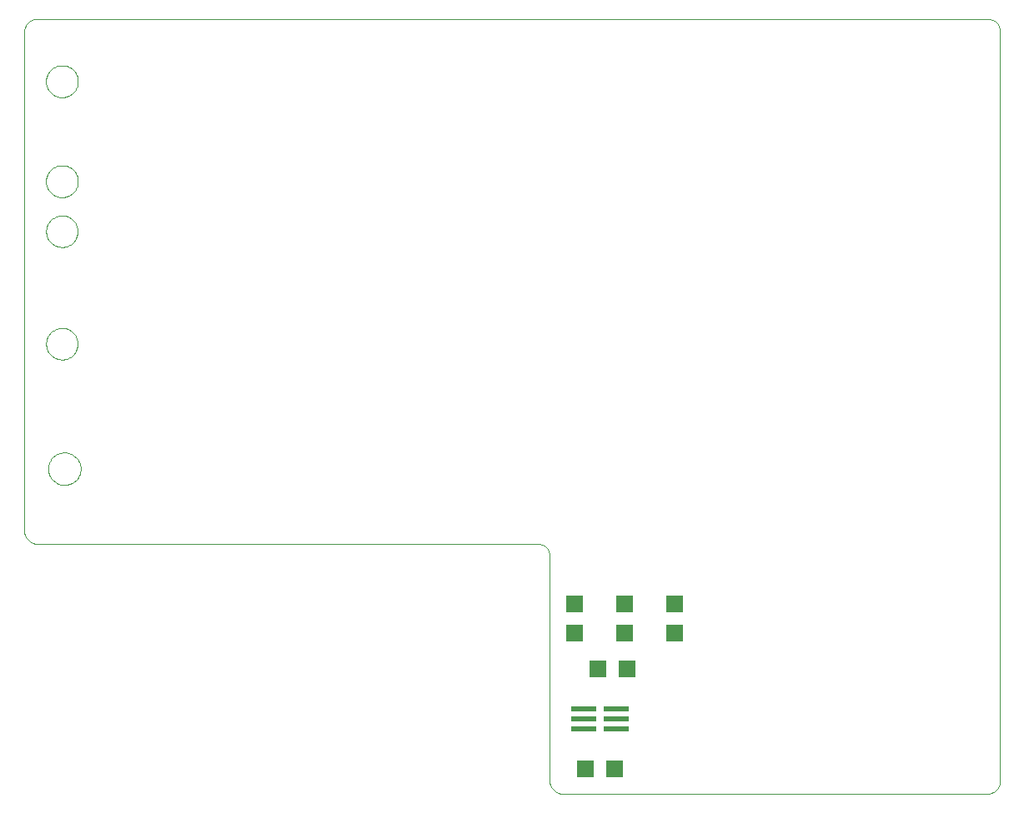
<source format=gtp>
G75*
G70*
%OFA0B0*%
%FSLAX24Y24*%
%IPPOS*%
%LPD*%
%AMOC8*
5,1,8,0,0,1.08239X$1,22.5*
%
%ADD10C,0.0000*%
%ADD11R,0.1020X0.0220*%
%ADD12R,0.0709X0.0710*%
%ADD13R,0.0710X0.0709*%
D10*
X003392Y011175D02*
X023392Y011175D01*
X023436Y011173D01*
X023479Y011167D01*
X023521Y011158D01*
X023563Y011145D01*
X023603Y011128D01*
X023642Y011108D01*
X023679Y011085D01*
X023713Y011058D01*
X023746Y011029D01*
X023775Y010996D01*
X023802Y010962D01*
X023825Y010925D01*
X023845Y010886D01*
X023862Y010846D01*
X023875Y010804D01*
X023884Y010762D01*
X023890Y010719D01*
X023892Y010675D01*
X023892Y001675D01*
X023894Y001631D01*
X023900Y001588D01*
X023909Y001546D01*
X023922Y001504D01*
X023939Y001464D01*
X023959Y001425D01*
X023982Y001388D01*
X024009Y001354D01*
X024038Y001321D01*
X024071Y001292D01*
X024105Y001265D01*
X024142Y001242D01*
X024181Y001222D01*
X024221Y001205D01*
X024263Y001192D01*
X024305Y001183D01*
X024348Y001177D01*
X024392Y001175D01*
X041392Y001175D01*
X041436Y001177D01*
X041479Y001183D01*
X041521Y001192D01*
X041563Y001205D01*
X041603Y001222D01*
X041642Y001242D01*
X041679Y001265D01*
X041713Y001292D01*
X041746Y001321D01*
X041775Y001354D01*
X041802Y001388D01*
X041825Y001425D01*
X041845Y001464D01*
X041862Y001504D01*
X041875Y001546D01*
X041884Y001588D01*
X041890Y001631D01*
X041892Y001675D01*
X041892Y031675D01*
X041890Y031719D01*
X041884Y031762D01*
X041875Y031804D01*
X041862Y031846D01*
X041845Y031886D01*
X041825Y031925D01*
X041802Y031962D01*
X041775Y031996D01*
X041746Y032029D01*
X041713Y032058D01*
X041679Y032085D01*
X041642Y032108D01*
X041603Y032128D01*
X041563Y032145D01*
X041521Y032158D01*
X041479Y032167D01*
X041436Y032173D01*
X041392Y032175D01*
X003392Y032175D01*
X003348Y032173D01*
X003305Y032167D01*
X003263Y032158D01*
X003221Y032145D01*
X003181Y032128D01*
X003142Y032108D01*
X003105Y032085D01*
X003071Y032058D01*
X003038Y032029D01*
X003009Y031996D01*
X002982Y031962D01*
X002959Y031925D01*
X002939Y031886D01*
X002922Y031846D01*
X002909Y031804D01*
X002900Y031762D01*
X002894Y031719D01*
X002892Y031675D01*
X002892Y011675D01*
X002894Y011631D01*
X002900Y011588D01*
X002909Y011546D01*
X002922Y011504D01*
X002939Y011464D01*
X002959Y011425D01*
X002982Y011388D01*
X003009Y011354D01*
X003038Y011321D01*
X003071Y011292D01*
X003105Y011265D01*
X003142Y011242D01*
X003181Y011222D01*
X003221Y011205D01*
X003263Y011192D01*
X003305Y011183D01*
X003348Y011177D01*
X003392Y011175D01*
X003842Y014175D02*
X003844Y014225D01*
X003850Y014275D01*
X003860Y014325D01*
X003873Y014373D01*
X003890Y014421D01*
X003911Y014467D01*
X003935Y014511D01*
X003963Y014553D01*
X003994Y014593D01*
X004028Y014630D01*
X004065Y014665D01*
X004104Y014696D01*
X004145Y014725D01*
X004189Y014750D01*
X004235Y014772D01*
X004282Y014790D01*
X004330Y014804D01*
X004379Y014815D01*
X004429Y014822D01*
X004479Y014825D01*
X004530Y014824D01*
X004580Y014819D01*
X004630Y014810D01*
X004678Y014798D01*
X004726Y014781D01*
X004772Y014761D01*
X004817Y014738D01*
X004860Y014711D01*
X004900Y014681D01*
X004938Y014648D01*
X004973Y014612D01*
X005006Y014573D01*
X005035Y014532D01*
X005061Y014489D01*
X005084Y014444D01*
X005103Y014397D01*
X005118Y014349D01*
X005130Y014300D01*
X005138Y014250D01*
X005142Y014200D01*
X005142Y014150D01*
X005138Y014100D01*
X005130Y014050D01*
X005118Y014001D01*
X005103Y013953D01*
X005084Y013906D01*
X005061Y013861D01*
X005035Y013818D01*
X005006Y013777D01*
X004973Y013738D01*
X004938Y013702D01*
X004900Y013669D01*
X004860Y013639D01*
X004817Y013612D01*
X004772Y013589D01*
X004726Y013569D01*
X004678Y013552D01*
X004630Y013540D01*
X004580Y013531D01*
X004530Y013526D01*
X004479Y013525D01*
X004429Y013528D01*
X004379Y013535D01*
X004330Y013546D01*
X004282Y013560D01*
X004235Y013578D01*
X004189Y013600D01*
X004145Y013625D01*
X004104Y013654D01*
X004065Y013685D01*
X004028Y013720D01*
X003994Y013757D01*
X003963Y013797D01*
X003935Y013839D01*
X003911Y013883D01*
X003890Y013929D01*
X003873Y013977D01*
X003860Y014025D01*
X003850Y014075D01*
X003844Y014125D01*
X003842Y014175D01*
X003762Y019175D02*
X003764Y019225D01*
X003770Y019275D01*
X003780Y019324D01*
X003794Y019372D01*
X003811Y019419D01*
X003832Y019464D01*
X003857Y019508D01*
X003885Y019549D01*
X003917Y019588D01*
X003951Y019625D01*
X003988Y019659D01*
X004028Y019689D01*
X004070Y019716D01*
X004114Y019740D01*
X004160Y019761D01*
X004207Y019777D01*
X004255Y019790D01*
X004305Y019799D01*
X004354Y019804D01*
X004405Y019805D01*
X004455Y019802D01*
X004504Y019795D01*
X004553Y019784D01*
X004601Y019769D01*
X004647Y019751D01*
X004692Y019729D01*
X004735Y019703D01*
X004776Y019674D01*
X004815Y019642D01*
X004851Y019607D01*
X004883Y019569D01*
X004913Y019529D01*
X004940Y019486D01*
X004963Y019442D01*
X004982Y019396D01*
X004998Y019348D01*
X005010Y019299D01*
X005018Y019250D01*
X005022Y019200D01*
X005022Y019150D01*
X005018Y019100D01*
X005010Y019051D01*
X004998Y019002D01*
X004982Y018954D01*
X004963Y018908D01*
X004940Y018864D01*
X004913Y018821D01*
X004883Y018781D01*
X004851Y018743D01*
X004815Y018708D01*
X004776Y018676D01*
X004735Y018647D01*
X004692Y018621D01*
X004647Y018599D01*
X004601Y018581D01*
X004553Y018566D01*
X004504Y018555D01*
X004455Y018548D01*
X004405Y018545D01*
X004354Y018546D01*
X004305Y018551D01*
X004255Y018560D01*
X004207Y018573D01*
X004160Y018589D01*
X004114Y018610D01*
X004070Y018634D01*
X004028Y018661D01*
X003988Y018691D01*
X003951Y018725D01*
X003917Y018762D01*
X003885Y018801D01*
X003857Y018842D01*
X003832Y018886D01*
X003811Y018931D01*
X003794Y018978D01*
X003780Y019026D01*
X003770Y019075D01*
X003764Y019125D01*
X003762Y019175D01*
X003762Y023675D02*
X003764Y023725D01*
X003770Y023775D01*
X003780Y023824D01*
X003794Y023872D01*
X003811Y023919D01*
X003832Y023964D01*
X003857Y024008D01*
X003885Y024049D01*
X003917Y024088D01*
X003951Y024125D01*
X003988Y024159D01*
X004028Y024189D01*
X004070Y024216D01*
X004114Y024240D01*
X004160Y024261D01*
X004207Y024277D01*
X004255Y024290D01*
X004305Y024299D01*
X004354Y024304D01*
X004405Y024305D01*
X004455Y024302D01*
X004504Y024295D01*
X004553Y024284D01*
X004601Y024269D01*
X004647Y024251D01*
X004692Y024229D01*
X004735Y024203D01*
X004776Y024174D01*
X004815Y024142D01*
X004851Y024107D01*
X004883Y024069D01*
X004913Y024029D01*
X004940Y023986D01*
X004963Y023942D01*
X004982Y023896D01*
X004998Y023848D01*
X005010Y023799D01*
X005018Y023750D01*
X005022Y023700D01*
X005022Y023650D01*
X005018Y023600D01*
X005010Y023551D01*
X004998Y023502D01*
X004982Y023454D01*
X004963Y023408D01*
X004940Y023364D01*
X004913Y023321D01*
X004883Y023281D01*
X004851Y023243D01*
X004815Y023208D01*
X004776Y023176D01*
X004735Y023147D01*
X004692Y023121D01*
X004647Y023099D01*
X004601Y023081D01*
X004553Y023066D01*
X004504Y023055D01*
X004455Y023048D01*
X004405Y023045D01*
X004354Y023046D01*
X004305Y023051D01*
X004255Y023060D01*
X004207Y023073D01*
X004160Y023089D01*
X004114Y023110D01*
X004070Y023134D01*
X004028Y023161D01*
X003988Y023191D01*
X003951Y023225D01*
X003917Y023262D01*
X003885Y023301D01*
X003857Y023342D01*
X003832Y023386D01*
X003811Y023431D01*
X003794Y023478D01*
X003780Y023526D01*
X003770Y023575D01*
X003764Y023625D01*
X003762Y023675D01*
X003752Y025675D02*
X003754Y025725D01*
X003760Y025775D01*
X003770Y025824D01*
X003783Y025873D01*
X003801Y025920D01*
X003822Y025966D01*
X003846Y026009D01*
X003874Y026051D01*
X003905Y026091D01*
X003939Y026128D01*
X003976Y026162D01*
X004016Y026193D01*
X004058Y026221D01*
X004101Y026245D01*
X004147Y026266D01*
X004194Y026284D01*
X004243Y026297D01*
X004292Y026307D01*
X004342Y026313D01*
X004392Y026315D01*
X004442Y026313D01*
X004492Y026307D01*
X004541Y026297D01*
X004590Y026284D01*
X004637Y026266D01*
X004683Y026245D01*
X004726Y026221D01*
X004768Y026193D01*
X004808Y026162D01*
X004845Y026128D01*
X004879Y026091D01*
X004910Y026051D01*
X004938Y026009D01*
X004962Y025966D01*
X004983Y025920D01*
X005001Y025873D01*
X005014Y025824D01*
X005024Y025775D01*
X005030Y025725D01*
X005032Y025675D01*
X005030Y025625D01*
X005024Y025575D01*
X005014Y025526D01*
X005001Y025477D01*
X004983Y025430D01*
X004962Y025384D01*
X004938Y025341D01*
X004910Y025299D01*
X004879Y025259D01*
X004845Y025222D01*
X004808Y025188D01*
X004768Y025157D01*
X004726Y025129D01*
X004683Y025105D01*
X004637Y025084D01*
X004590Y025066D01*
X004541Y025053D01*
X004492Y025043D01*
X004442Y025037D01*
X004392Y025035D01*
X004342Y025037D01*
X004292Y025043D01*
X004243Y025053D01*
X004194Y025066D01*
X004147Y025084D01*
X004101Y025105D01*
X004058Y025129D01*
X004016Y025157D01*
X003976Y025188D01*
X003939Y025222D01*
X003905Y025259D01*
X003874Y025299D01*
X003846Y025341D01*
X003822Y025384D01*
X003801Y025430D01*
X003783Y025477D01*
X003770Y025526D01*
X003760Y025575D01*
X003754Y025625D01*
X003752Y025675D01*
X003752Y029675D02*
X003754Y029725D01*
X003760Y029775D01*
X003770Y029824D01*
X003783Y029873D01*
X003801Y029920D01*
X003822Y029966D01*
X003846Y030009D01*
X003874Y030051D01*
X003905Y030091D01*
X003939Y030128D01*
X003976Y030162D01*
X004016Y030193D01*
X004058Y030221D01*
X004101Y030245D01*
X004147Y030266D01*
X004194Y030284D01*
X004243Y030297D01*
X004292Y030307D01*
X004342Y030313D01*
X004392Y030315D01*
X004442Y030313D01*
X004492Y030307D01*
X004541Y030297D01*
X004590Y030284D01*
X004637Y030266D01*
X004683Y030245D01*
X004726Y030221D01*
X004768Y030193D01*
X004808Y030162D01*
X004845Y030128D01*
X004879Y030091D01*
X004910Y030051D01*
X004938Y030009D01*
X004962Y029966D01*
X004983Y029920D01*
X005001Y029873D01*
X005014Y029824D01*
X005024Y029775D01*
X005030Y029725D01*
X005032Y029675D01*
X005030Y029625D01*
X005024Y029575D01*
X005014Y029526D01*
X005001Y029477D01*
X004983Y029430D01*
X004962Y029384D01*
X004938Y029341D01*
X004910Y029299D01*
X004879Y029259D01*
X004845Y029222D01*
X004808Y029188D01*
X004768Y029157D01*
X004726Y029129D01*
X004683Y029105D01*
X004637Y029084D01*
X004590Y029066D01*
X004541Y029053D01*
X004492Y029043D01*
X004442Y029037D01*
X004392Y029035D01*
X004342Y029037D01*
X004292Y029043D01*
X004243Y029053D01*
X004194Y029066D01*
X004147Y029084D01*
X004101Y029105D01*
X004058Y029129D01*
X004016Y029157D01*
X003976Y029188D01*
X003939Y029222D01*
X003905Y029259D01*
X003874Y029299D01*
X003846Y029341D01*
X003822Y029384D01*
X003801Y029430D01*
X003783Y029477D01*
X003770Y029526D01*
X003760Y029575D01*
X003754Y029625D01*
X003752Y029675D01*
D11*
X025242Y004575D03*
X025242Y004175D03*
X025242Y003775D03*
X026542Y003775D03*
X026542Y004175D03*
X026542Y004575D03*
D12*
X026982Y006175D03*
X025802Y006175D03*
X025302Y002175D03*
X026482Y002175D03*
D13*
X026892Y007585D03*
X026892Y008765D03*
X028892Y008765D03*
X028892Y007585D03*
X024892Y007585D03*
X024892Y008765D03*
M02*

</source>
